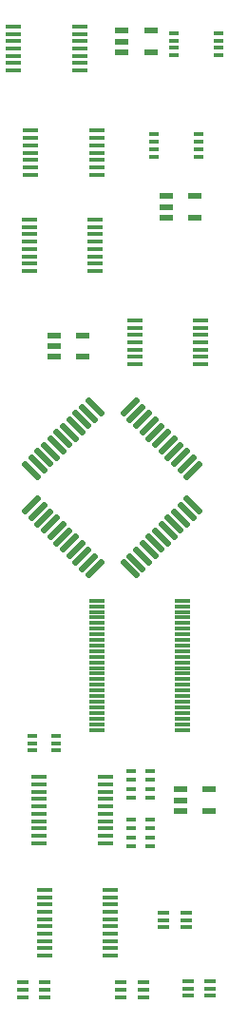
<source format=gtp>
%TF.GenerationSoftware,KiCad,Pcbnew,7.0.5*%
%TF.CreationDate,2024-05-10T22:17:57+02:00*%
%TF.ProjectId,W65C816 Breakout,57363543-3831-4362-9042-7265616b6f75,V1*%
%TF.SameCoordinates,PX525bfc0PY43d3480*%
%TF.FileFunction,Paste,Top*%
%TF.FilePolarity,Positive*%
%FSLAX46Y46*%
G04 Gerber Fmt 4.6, Leading zero omitted, Abs format (unit mm)*
G04 Created by KiCad (PCBNEW 7.0.5) date 2024-05-10 22:17:57*
%MOMM*%
%LPD*%
G01*
G04 APERTURE LIST*
G04 Aperture macros list*
%AMRoundRect*
0 Rectangle with rounded corners*
0 $1 Rounding radius*
0 $2 $3 $4 $5 $6 $7 $8 $9 X,Y pos of 4 corners*
0 Add a 4 corners polygon primitive as box body*
4,1,4,$2,$3,$4,$5,$6,$7,$8,$9,$2,$3,0*
0 Add four circle primitives for the rounded corners*
1,1,$1+$1,$2,$3*
1,1,$1+$1,$4,$5*
1,1,$1+$1,$6,$7*
1,1,$1+$1,$8,$9*
0 Add four rect primitives between the rounded corners*
20,1,$1+$1,$2,$3,$4,$5,0*
20,1,$1+$1,$4,$5,$6,$7,0*
20,1,$1+$1,$6,$7,$8,$9,0*
20,1,$1+$1,$8,$9,$2,$3,0*%
G04 Aperture macros list end*
%ADD10R,0.950000X0.450000*%
%ADD11R,0.900000X0.450000*%
%ADD12R,1.475000X0.450000*%
%ADD13R,1.250000X0.600000*%
%ADD14R,0.875000X0.450000*%
%ADD15RoundRect,0.137500X-0.548008X0.742462X-0.742462X0.548008X0.548008X-0.742462X0.742462X-0.548008X0*%
%ADD16RoundRect,0.137500X0.548008X0.742462X-0.742462X-0.548008X-0.548008X-0.742462X0.742462X0.548008X0*%
%ADD17R,1.150000X0.600000*%
%ADD18R,1.000000X0.450000*%
%ADD19R,1.425000X0.300000*%
%ADD20R,1.450000X0.450000*%
G04 APERTURE END LIST*
D10*
%TO.C,IC18*%
X16948000Y3007000D03*
X16948000Y2357000D03*
X16948000Y1707000D03*
X16948000Y1057000D03*
X20898000Y1057000D03*
X20898000Y1707000D03*
X20898000Y2357000D03*
X20898000Y3007000D03*
%TD*%
D11*
%TO.C,RN1*%
X13120000Y-66979800D03*
X13120000Y-67779800D03*
X13120000Y-68579800D03*
X13120000Y-69379800D03*
X14820000Y-69379800D03*
X14820000Y-68579800D03*
X14820000Y-67779800D03*
X14820000Y-66979800D03*
%TD*%
D12*
%TO.C,IC9*%
X13445000Y-22561000D03*
X13445000Y-23211000D03*
X13445000Y-23861000D03*
X13445000Y-24511000D03*
X13445000Y-25161000D03*
X13445000Y-25811000D03*
X13445000Y-26461000D03*
X19321000Y-26461000D03*
X19321000Y-25811000D03*
X19321000Y-25161000D03*
X19321000Y-24511000D03*
X19321000Y-23861000D03*
X19321000Y-23211000D03*
X19321000Y-22561000D03*
%TD*%
D13*
%TO.C,IC8*%
X16276000Y-11496000D03*
X16276000Y-12446000D03*
X16276000Y-13396000D03*
X18776000Y-13396000D03*
X18776000Y-11496000D03*
%TD*%
D11*
%TO.C,RN2*%
X13120000Y-62661800D03*
X13120000Y-63461800D03*
X13120000Y-64261800D03*
X13120000Y-65061800D03*
X14820000Y-65061800D03*
X14820000Y-64261800D03*
X14820000Y-63461800D03*
X14820000Y-62661800D03*
%TD*%
D12*
%TO.C,IC20*%
X5371002Y-73275000D03*
X5371002Y-73925000D03*
X5371002Y-74575000D03*
X5371002Y-75225000D03*
X5371002Y-75875000D03*
X5371002Y-76525000D03*
X5371002Y-77175000D03*
X5371002Y-77825000D03*
X5371002Y-78475000D03*
X5371002Y-79125000D03*
X11247002Y-79125000D03*
X11247002Y-78475000D03*
X11247002Y-77825000D03*
X11247002Y-77175000D03*
X11247002Y-76525000D03*
X11247002Y-75875000D03*
X11247002Y-75225000D03*
X11247002Y-74575000D03*
X11247002Y-73925000D03*
X11247002Y-73275000D03*
%TD*%
D14*
%TO.C,IC11*%
X6396000Y-60848000D03*
X6396000Y-60198000D03*
X6396000Y-59548000D03*
X4272000Y-59548000D03*
X4272000Y-60198000D03*
X4272000Y-60848000D03*
%TD*%
D13*
%TO.C,IC16*%
X6263000Y-23881000D03*
X6263000Y-24831000D03*
X6263000Y-25781000D03*
X8763000Y-25781000D03*
X8763000Y-23881000D03*
%TD*%
D12*
%TO.C,IC5*%
X4936000Y-63242000D03*
X4936000Y-63892000D03*
X4936000Y-64542000D03*
X4936000Y-65192000D03*
X4936000Y-65842000D03*
X4936000Y-66492000D03*
X4936000Y-67142000D03*
X4936000Y-67792000D03*
X4936000Y-68442000D03*
X4936000Y-69092000D03*
X10812000Y-69092000D03*
X10812000Y-68442000D03*
X10812000Y-67792000D03*
X10812000Y-67142000D03*
X10812000Y-66492000D03*
X10812000Y-65842000D03*
X10812000Y-65192000D03*
X10812000Y-64542000D03*
X10812000Y-63892000D03*
X10812000Y-63242000D03*
%TD*%
D15*
%TO.C,IC2*%
X15814062Y-41849062D03*
X16379747Y-41283377D03*
X16945433Y-40717691D03*
X17511118Y-40152006D03*
X18076804Y-39586320D03*
X18642489Y-39020635D03*
D16*
X18642489Y-35909365D03*
X18076804Y-35343680D03*
X17511118Y-34777994D03*
X16945433Y-34212309D03*
X16379747Y-33646623D03*
X15814062Y-33080938D03*
X15248377Y-32515253D03*
X14682691Y-31949567D03*
X14117006Y-31383882D03*
X13551320Y-30818196D03*
X12985635Y-30252511D03*
D15*
X9874365Y-30252511D03*
X9308680Y-30818196D03*
X8742994Y-31383882D03*
X8177309Y-31949567D03*
X7611623Y-32515253D03*
X7045938Y-33080938D03*
X6480253Y-33646623D03*
X5914567Y-34212309D03*
X5348882Y-34777994D03*
X4783196Y-35343680D03*
X4217511Y-35909365D03*
D16*
X4217511Y-39020635D03*
X4783196Y-39586320D03*
X5348882Y-40152006D03*
X5914567Y-40717691D03*
X6480253Y-41283377D03*
X7045938Y-41849062D03*
X7611623Y-42414747D03*
X8177309Y-42980433D03*
X8742994Y-43546118D03*
X9308680Y-44111804D03*
X9874365Y-44677489D03*
D15*
X12985635Y-44677489D03*
X13551320Y-44111804D03*
X14117006Y-43546118D03*
X14682691Y-42980433D03*
X15248377Y-42414747D03*
%TD*%
D12*
%TO.C,IC19*%
X4174000Y-5670000D03*
X4174000Y-6320000D03*
X4174000Y-6970000D03*
X4174000Y-7620000D03*
X4174000Y-8270000D03*
X4174000Y-8920000D03*
X4174000Y-9570000D03*
X10050000Y-9570000D03*
X10050000Y-8920000D03*
X10050000Y-8270000D03*
X10050000Y-7620000D03*
X10050000Y-6970000D03*
X10050000Y-6320000D03*
X10050000Y-5670000D03*
%TD*%
D17*
%TO.C,IC36*%
X12289000Y3236000D03*
X12289000Y2286000D03*
X12289000Y1336000D03*
X14889000Y1336000D03*
X14889000Y3236000D03*
%TD*%
D18*
%TO.C,IC12*%
X3445000Y-81519000D03*
X3445000Y-82169000D03*
X3445000Y-82819000D03*
X5445000Y-82819000D03*
X5445000Y-82169000D03*
X5445000Y-81519000D03*
%TD*%
%TO.C,IC10*%
X16018000Y-75296000D03*
X16018000Y-75946000D03*
X16018000Y-76596000D03*
X18018000Y-76596000D03*
X18018000Y-75946000D03*
X18018000Y-75296000D03*
%TD*%
D19*
%TO.C,IC1*%
X10029000Y-47515000D03*
X10029000Y-48015000D03*
X10029000Y-48515000D03*
X10029000Y-49015000D03*
X10029000Y-49515000D03*
X10029000Y-50015000D03*
X10029000Y-50515000D03*
X10029000Y-51015000D03*
X10029000Y-51515000D03*
X10029000Y-52015000D03*
X10029000Y-52515000D03*
X10029000Y-53015000D03*
X10029000Y-53515000D03*
X10029000Y-54015000D03*
X10029000Y-54515000D03*
X10029000Y-55015000D03*
X10029000Y-55515000D03*
X10029000Y-56015000D03*
X10029000Y-56515000D03*
X10029000Y-57015000D03*
X10029000Y-57515000D03*
X10029000Y-58015000D03*
X10029000Y-58515000D03*
X10029000Y-59015000D03*
X17653000Y-59015000D03*
X17653000Y-58515000D03*
X17653000Y-58015000D03*
X17653000Y-57515000D03*
X17653000Y-57015000D03*
X17653000Y-56515000D03*
X17653000Y-56015000D03*
X17653000Y-55515000D03*
X17653000Y-55015000D03*
X17653000Y-54515000D03*
X17653000Y-54015000D03*
X17653000Y-53515000D03*
X17653000Y-53015000D03*
X17653000Y-52515000D03*
X17653000Y-52015000D03*
X17653000Y-51515000D03*
X17653000Y-51015000D03*
X17653000Y-50515000D03*
X17653000Y-50015000D03*
X17653000Y-49515000D03*
X17653000Y-49015000D03*
X17653000Y-48515000D03*
X17653000Y-48015000D03*
X17653000Y-47515000D03*
%TD*%
D12*
%TO.C,IC6*%
X2650000Y3601000D03*
X2650000Y2951000D03*
X2650000Y2301000D03*
X2650000Y1651000D03*
X2650000Y1001000D03*
X2650000Y351000D03*
X2650000Y-299000D03*
X8526000Y-299000D03*
X8526000Y351000D03*
X8526000Y1001000D03*
X8526000Y1651000D03*
X8526000Y2301000D03*
X8526000Y2951000D03*
X8526000Y3601000D03*
%TD*%
D18*
%TO.C,IC13*%
X12208000Y-81519000D03*
X12208000Y-82169000D03*
X12208000Y-82819000D03*
X14208000Y-82819000D03*
X14208000Y-82169000D03*
X14208000Y-81519000D03*
%TD*%
D10*
%TO.C,IC17*%
X15170000Y-6010000D03*
X15170000Y-6660000D03*
X15170000Y-7310000D03*
X15170000Y-7960000D03*
X19120000Y-7960000D03*
X19120000Y-7310000D03*
X19120000Y-6660000D03*
X19120000Y-6010000D03*
%TD*%
D13*
%TO.C,IC4*%
X17546000Y-64328000D03*
X17546000Y-65278000D03*
X17546000Y-66228000D03*
X20046000Y-66228000D03*
X20046000Y-64328000D03*
%TD*%
D20*
%TO.C,IC3*%
X4060000Y-13600000D03*
X4060000Y-14250000D03*
X4060000Y-14900000D03*
X4060000Y-15550000D03*
X4060000Y-16200000D03*
X4060000Y-16850000D03*
X4060000Y-17500000D03*
X4060000Y-18150000D03*
X9910000Y-18150000D03*
X9910000Y-17500000D03*
X9910000Y-16850000D03*
X9910000Y-16200000D03*
X9910000Y-15550000D03*
X9910000Y-14900000D03*
X9910000Y-14250000D03*
X9910000Y-13600000D03*
%TD*%
D18*
%TO.C,IC14*%
X18177000Y-81392000D03*
X18177000Y-82042000D03*
X18177000Y-82692000D03*
X20177000Y-82692000D03*
X20177000Y-82042000D03*
X20177000Y-81392000D03*
%TD*%
M02*

</source>
